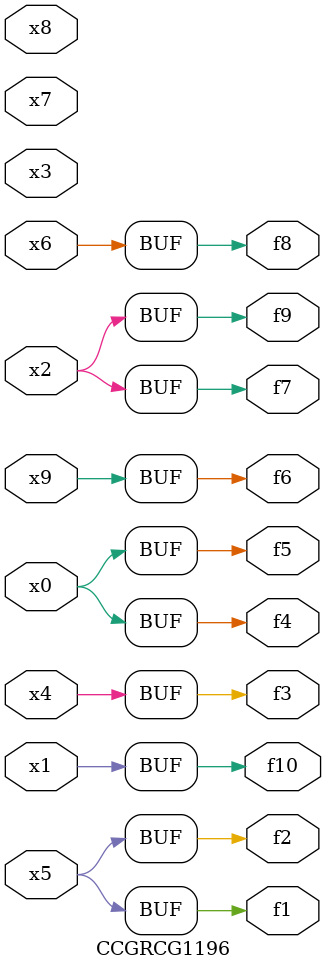
<source format=v>
module CCGRCG1196(
	input x0, x1, x2, x3, x4, x5, x6, x7, x8, x9,
	output f1, f2, f3, f4, f5, f6, f7, f8, f9, f10
);
	assign f1 = x5;
	assign f2 = x5;
	assign f3 = x4;
	assign f4 = x0;
	assign f5 = x0;
	assign f6 = x9;
	assign f7 = x2;
	assign f8 = x6;
	assign f9 = x2;
	assign f10 = x1;
endmodule

</source>
